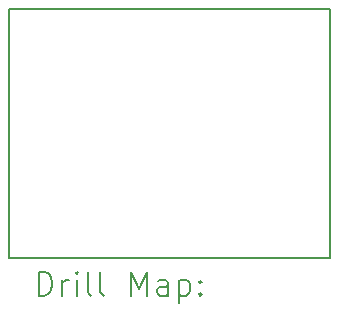
<source format=gbr>
%TF.GenerationSoftware,KiCad,Pcbnew,(6.0.7)*%
%TF.CreationDate,2022-10-10T13:16:40-04:00*%
%TF.ProjectId,dumbwatch,64756d62-7761-4746-9368-2e6b69636164,rev?*%
%TF.SameCoordinates,Original*%
%TF.FileFunction,Drillmap*%
%TF.FilePolarity,Positive*%
%FSLAX45Y45*%
G04 Gerber Fmt 4.5, Leading zero omitted, Abs format (unit mm)*
G04 Created by KiCad (PCBNEW (6.0.7)) date 2022-10-10 13:16:40*
%MOMM*%
%LPD*%
G01*
G04 APERTURE LIST*
%ADD10C,0.200000*%
G04 APERTURE END LIST*
D10*
X10236200Y-13665200D02*
X12954000Y-13665200D01*
X12954000Y-13665200D02*
X12954000Y-11557000D01*
X12954000Y-11557000D02*
X10236200Y-11557000D01*
X10236200Y-11557000D02*
X10236200Y-13665200D01*
X10483819Y-13985676D02*
X10483819Y-13785676D01*
X10531438Y-13785676D01*
X10560010Y-13795200D01*
X10579057Y-13814248D01*
X10588581Y-13833295D01*
X10598105Y-13871390D01*
X10598105Y-13899962D01*
X10588581Y-13938057D01*
X10579057Y-13957105D01*
X10560010Y-13976152D01*
X10531438Y-13985676D01*
X10483819Y-13985676D01*
X10683819Y-13985676D02*
X10683819Y-13852343D01*
X10683819Y-13890438D02*
X10693343Y-13871390D01*
X10702867Y-13861867D01*
X10721914Y-13852343D01*
X10740962Y-13852343D01*
X10807629Y-13985676D02*
X10807629Y-13852343D01*
X10807629Y-13785676D02*
X10798105Y-13795200D01*
X10807629Y-13804724D01*
X10817152Y-13795200D01*
X10807629Y-13785676D01*
X10807629Y-13804724D01*
X10931438Y-13985676D02*
X10912390Y-13976152D01*
X10902867Y-13957105D01*
X10902867Y-13785676D01*
X11036200Y-13985676D02*
X11017152Y-13976152D01*
X11007629Y-13957105D01*
X11007629Y-13785676D01*
X11264771Y-13985676D02*
X11264771Y-13785676D01*
X11331438Y-13928533D01*
X11398105Y-13785676D01*
X11398105Y-13985676D01*
X11579057Y-13985676D02*
X11579057Y-13880914D01*
X11569533Y-13861867D01*
X11550486Y-13852343D01*
X11512390Y-13852343D01*
X11493343Y-13861867D01*
X11579057Y-13976152D02*
X11560009Y-13985676D01*
X11512390Y-13985676D01*
X11493343Y-13976152D01*
X11483819Y-13957105D01*
X11483819Y-13938057D01*
X11493343Y-13919009D01*
X11512390Y-13909486D01*
X11560009Y-13909486D01*
X11579057Y-13899962D01*
X11674295Y-13852343D02*
X11674295Y-14052343D01*
X11674295Y-13861867D02*
X11693343Y-13852343D01*
X11731438Y-13852343D01*
X11750486Y-13861867D01*
X11760009Y-13871390D01*
X11769533Y-13890438D01*
X11769533Y-13947581D01*
X11760009Y-13966628D01*
X11750486Y-13976152D01*
X11731438Y-13985676D01*
X11693343Y-13985676D01*
X11674295Y-13976152D01*
X11855248Y-13966628D02*
X11864771Y-13976152D01*
X11855248Y-13985676D01*
X11845724Y-13976152D01*
X11855248Y-13966628D01*
X11855248Y-13985676D01*
X11855248Y-13861867D02*
X11864771Y-13871390D01*
X11855248Y-13880914D01*
X11845724Y-13871390D01*
X11855248Y-13861867D01*
X11855248Y-13880914D01*
M02*

</source>
